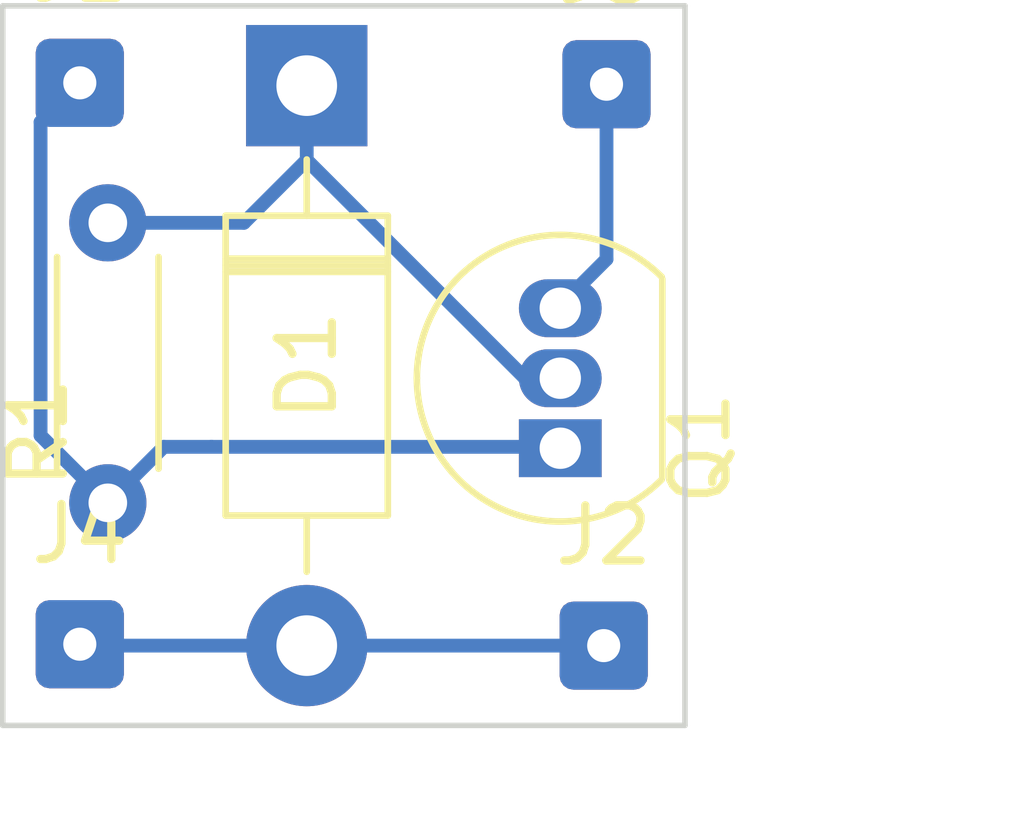
<source format=kicad_pcb>
(kicad_pcb (version 20171130) (host pcbnew "(5.1.9)-1")

  (general
    (thickness 1.6)
    (drawings 6)
    (tracks 16)
    (zones 0)
    (modules 7)
    (nets 5)
  )

  (page A4)
  (layers
    (0 F.Cu signal)
    (31 B.Cu signal)
    (39 F.Mask user)
    (40 Dwgs.User user)
    (42 Eco1.User user)
    (43 Eco2.User user)
    (44 Edge.Cuts user)
    (45 Margin user)
    (46 B.CrtYd user)
    (47 F.CrtYd user)
    (49 F.Fab user)
  )

  (setup
    (last_trace_width 0.25)
    (trace_clearance 0.2)
    (zone_clearance 0.508)
    (zone_45_only no)
    (trace_min 0.2)
    (via_size 0.8)
    (via_drill 0.4)
    (via_min_size 0.4)
    (via_min_drill 0.3)
    (uvia_size 0.3)
    (uvia_drill 0.1)
    (uvias_allowed no)
    (uvia_min_size 0.2)
    (uvia_min_drill 0.1)
    (edge_width 0.05)
    (segment_width 0.2)
    (pcb_text_width 0.3)
    (pcb_text_size 1.5 1.5)
    (mod_edge_width 0.12)
    (mod_text_size 1 1)
    (mod_text_width 0.15)
    (pad_size 2 2)
    (pad_drill 0.75)
    (pad_to_mask_clearance 0)
    (aux_axis_origin 0 0)
    (visible_elements FFFFFF7F)
    (pcbplotparams
      (layerselection 0x010fc_ffffffff)
      (usegerberextensions false)
      (usegerberattributes true)
      (usegerberadvancedattributes true)
      (creategerberjobfile true)
      (excludeedgelayer true)
      (linewidth 0.100000)
      (plotframeref false)
      (viasonmask false)
      (mode 1)
      (useauxorigin false)
      (hpglpennumber 1)
      (hpglpenspeed 20)
      (hpglpendiameter 15.000000)
      (psnegative false)
      (psa4output false)
      (plotreference true)
      (plotvalue true)
      (plotinvisibletext false)
      (padsonsilk false)
      (subtractmaskfromsilk false)
      (outputformat 1)
      (mirror false)
      (drillshape 1)
      (scaleselection 1)
      (outputdirectory ""))
  )

  (net 0 "")
  (net 1 "Net-(D1-Pad2)")
  (net 2 "Net-(D1-Pad1)")
  (net 3 "Net-(J1-Pad1)")
  (net 4 "Net-(J3-Pad1)")

  (net_class Default "This is the default net class."
    (clearance 0.2)
    (trace_width 0.25)
    (via_dia 0.8)
    (via_drill 0.4)
    (uvia_dia 0.3)
    (uvia_drill 0.1)
    (add_net "Net-(D1-Pad1)")
    (add_net "Net-(D1-Pad2)")
    (add_net "Net-(J1-Pad1)")
    (add_net "Net-(J3-Pad1)")
  )

  (module Diode_THT:D_DO-41_SOD81_P10.16mm_Horizontal (layer F.Cu) (tedit 5AE50CD5) (tstamp 6009924F)
    (at 105.3846 87.6046 270)
    (descr "Diode, DO-41_SOD81 series, Axial, Horizontal, pin pitch=10.16mm, , length*diameter=5.2*2.7mm^2, , http://www.diodes.com/_files/packages/DO-41%20(Plastic).pdf")
    (tags "Diode DO-41_SOD81 series Axial Horizontal pin pitch 10.16mm  length 5.2mm diameter 2.7mm")
    (path /600995B1)
    (fp_text reference D1 (at 5.08 0 90) (layer F.SilkS)
      (effects (font (size 1 1) (thickness 0.15)))
    )
    (fp_text value 1N47xxA (at -1.27 -11.43 90) (layer F.Fab) hide
      (effects (font (size 1 1) (thickness 0.15)))
    )
    (fp_text user K (at -3.81 0 90) (layer F.SilkS) hide
      (effects (font (size 1 1) (thickness 0.15)))
    )
    (fp_text user K (at 3.81 -11.43 90) (layer F.Fab) hide
      (effects (font (size 1 1) (thickness 0.15)))
    )
    (fp_text user %R (at 5.08 0 90) (layer F.Fab)
      (effects (font (size 1 1) (thickness 0.15)))
    )
    (fp_line (start 2.48 -1.35) (end 2.48 1.35) (layer F.Fab) (width 0.1))
    (fp_line (start 2.48 1.35) (end 7.68 1.35) (layer F.Fab) (width 0.1))
    (fp_line (start 7.68 1.35) (end 7.68 -1.35) (layer F.Fab) (width 0.1))
    (fp_line (start 7.68 -1.35) (end 2.48 -1.35) (layer F.Fab) (width 0.1))
    (fp_line (start 0 0) (end 2.48 0) (layer F.Fab) (width 0.1))
    (fp_line (start 10.16 0) (end 7.68 0) (layer F.Fab) (width 0.1))
    (fp_line (start 3.26 -1.35) (end 3.26 1.35) (layer F.Fab) (width 0.1))
    (fp_line (start 3.36 -1.35) (end 3.36 1.35) (layer F.Fab) (width 0.1))
    (fp_line (start 3.16 -1.35) (end 3.16 1.35) (layer F.Fab) (width 0.1))
    (fp_line (start 2.36 -1.47) (end 2.36 1.47) (layer F.SilkS) (width 0.12))
    (fp_line (start 2.36 1.47) (end 7.8 1.47) (layer F.SilkS) (width 0.12))
    (fp_line (start 7.8 1.47) (end 7.8 -1.47) (layer F.SilkS) (width 0.12))
    (fp_line (start 7.8 -1.47) (end 2.36 -1.47) (layer F.SilkS) (width 0.12))
    (fp_line (start 1.34 0) (end 2.36 0) (layer F.SilkS) (width 0.12))
    (fp_line (start 8.82 0) (end 7.8 0) (layer F.SilkS) (width 0.12))
    (fp_line (start 3.26 -1.47) (end 3.26 1.47) (layer F.SilkS) (width 0.12))
    (fp_line (start 3.38 -1.47) (end 3.38 1.47) (layer F.SilkS) (width 0.12))
    (fp_line (start 3.14 -1.47) (end 3.14 1.47) (layer F.SilkS) (width 0.12))
    (fp_line (start -1.35 -1.6) (end -1.35 1.6) (layer F.CrtYd) (width 0.05))
    (fp_line (start -1.35 1.6) (end 11.51 1.6) (layer F.CrtYd) (width 0.05))
    (fp_line (start 11.51 1.6) (end 11.51 -1.6) (layer F.CrtYd) (width 0.05))
    (fp_line (start 11.51 -1.6) (end -1.35 -1.6) (layer F.CrtYd) (width 0.05))
    (pad 2 thru_hole oval (at 10.16 0 270) (size 2.2 2.2) (drill 1.1) (layers *.Cu *.Mask)
      (net 1 "Net-(D1-Pad2)"))
    (pad 1 thru_hole rect (at 0 0 270) (size 2.2 2.2) (drill 1.1) (layers *.Cu *.Mask)
      (net 2 "Net-(D1-Pad1)"))
    (model ${KISYS3DMOD}/Diode_THT.3dshapes/D_DO-41_SOD81_P10.16mm_Horizontal.wrl
      (at (xyz 0 0 0))
      (scale (xyz 1 1 1))
      (rotate (xyz 0 0 0))
    )
  )

  (module Resistor_THT:R_Axial_DIN0204_L3.6mm_D1.6mm_P5.08mm_Horizontal (layer F.Cu) (tedit 5AE5139B) (tstamp 6009F35F)
    (at 101.7778 95.1738 90)
    (descr "Resistor, Axial_DIN0204 series, Axial, Horizontal, pin pitch=5.08mm, 0.167W, length*diameter=3.6*1.6mm^2, http://cdn-reichelt.de/documents/datenblatt/B400/1_4W%23YAG.pdf")
    (tags "Resistor Axial_DIN0204 series Axial Horizontal pin pitch 5.08mm 0.167W length 3.6mm diameter 1.6mm")
    (path /6009DC1A)
    (fp_text reference R1 (at 1.27 -1.27 90) (layer F.SilkS)
      (effects (font (size 1 1) (thickness 0.15)))
    )
    (fp_text value R (at 2.54 15.24 90) (layer F.Fab) hide
      (effects (font (size 1 1) (thickness 0.15)))
    )
    (fp_text user %R (at 2.667 0.0254 90) (layer F.Fab)
      (effects (font (size 0.72 0.72) (thickness 0.108)))
    )
    (fp_line (start 0.74 -0.8) (end 0.74 0.8) (layer F.Fab) (width 0.1))
    (fp_line (start 0.74 0.8) (end 4.34 0.8) (layer F.Fab) (width 0.1))
    (fp_line (start 4.34 0.8) (end 4.34 -0.8) (layer F.Fab) (width 0.1))
    (fp_line (start 4.34 -0.8) (end 0.74 -0.8) (layer F.Fab) (width 0.1))
    (fp_line (start 0 0) (end 0.74 0) (layer F.Fab) (width 0.1))
    (fp_line (start 5.08 0) (end 4.34 0) (layer F.Fab) (width 0.1))
    (fp_line (start 0.62 -0.92) (end 4.46 -0.92) (layer F.SilkS) (width 0.12))
    (fp_line (start 0.62 0.92) (end 4.46 0.92) (layer F.SilkS) (width 0.12))
    (fp_line (start -0.95 -1.05) (end -0.95 1.05) (layer F.CrtYd) (width 0.05))
    (fp_line (start -0.95 1.05) (end 6.03 1.05) (layer F.CrtYd) (width 0.05))
    (fp_line (start 6.03 1.05) (end 6.03 -1.05) (layer F.CrtYd) (width 0.05))
    (fp_line (start 6.03 -1.05) (end -0.95 -1.05) (layer F.CrtYd) (width 0.05))
    (pad 2 thru_hole oval (at 5.08 0 90) (size 1.4 1.4) (drill 0.7) (layers *.Cu *.Mask)
      (net 2 "Net-(D1-Pad1)"))
    (pad 1 thru_hole circle (at 0 0 90) (size 1.4 1.4) (drill 0.7) (layers *.Cu *.Mask)
      (net 3 "Net-(J1-Pad1)"))
    (model ${KISYS3DMOD}/Resistor_THT.3dshapes/R_Axial_DIN0204_L3.6mm_D1.6mm_P5.08mm_Horizontal.wrl
      (at (xyz 0 0 0))
      (scale (xyz 1 1 1))
      (rotate (xyz 0 0 0))
    )
  )

  (module Connector_Wire:SolderWire-0.1sqmm_1x01_D0.4mm_OD1mm (layer F.Cu) (tedit 5EB70B42) (tstamp 6009F32A)
    (at 101.2698 97.7392)
    (descr "Soldered wire connection, for a single 0.1 mm² wire, basic insulation, conductor diameter 0.4mm, outer diameter 1mm, size source Multi-Contact FLEXI-E 0.1 (https://ec.staubli.com/AcroFiles/Catalogues/TM_Cab-Main-11014119_(en)_hi.pdf), bend radius 3 times outer diameter, generated with kicad-footprint-generator")
    (tags "connector wire 0.1sqmm")
    (path /600A14F3)
    (attr virtual)
    (fp_text reference J4 (at 0 -2) (layer F.SilkS)
      (effects (font (size 1 1) (thickness 0.15)))
    )
    (fp_text value GND (at 1.9812 0.0762 90) (layer F.Fab)
      (effects (font (size 1 1) (thickness 0.15)))
    )
    (fp_text user %R (at 0 0) (layer F.Fab)
      (effects (font (size 0.25 0.25) (thickness 0.04)))
    )
    (fp_circle (center 0 0) (end 0.5 0) (layer F.Fab) (width 0.1))
    (fp_line (start -1.3 -1.3) (end -1.3 1.3) (layer F.CrtYd) (width 0.05))
    (fp_line (start -1.3 1.3) (end 1.3 1.3) (layer F.CrtYd) (width 0.05))
    (fp_line (start 1.3 1.3) (end 1.3 -1.3) (layer F.CrtYd) (width 0.05))
    (fp_line (start 1.3 -1.3) (end -1.3 -1.3) (layer F.CrtYd) (width 0.05))
    (pad 1 thru_hole roundrect (at 0 0) (size 1.6 1.6) (drill 0.6) (layers *.Cu *.Mask) (roundrect_rratio 0.15625)
      (net 1 "Net-(D1-Pad2)"))
    (model ${KISYS3DMOD}/Connector_Wire.3dshapes/SolderWire-0.1sqmm_1x01_D0.4mm_OD1mm.wrl
      (at (xyz 0 0 0))
      (scale (xyz 1 1 1))
      (rotate (xyz 0 0 0))
    )
  )

  (module Connector_Wire:SolderWire-0.1sqmm_1x01_D0.4mm_OD1mm (layer F.Cu) (tedit 5EB70B42) (tstamp 6009F31F)
    (at 110.8202 87.5792)
    (descr "Soldered wire connection, for a single 0.1 mm² wire, basic insulation, conductor diameter 0.4mm, outer diameter 1mm, size source Multi-Contact FLEXI-E 0.1 (https://ec.staubli.com/AcroFiles/Catalogues/TM_Cab-Main-11014119_(en)_hi.pdf), bend radius 3 times outer diameter, generated with kicad-footprint-generator")
    (tags "connector wire 0.1sqmm")
    (path /600A1317)
    (attr virtual)
    (fp_text reference J3 (at 0 -2) (layer F.SilkS)
      (effects (font (size 1 1) (thickness 0.15)))
    )
    (fp_text value OUT (at -1.7272 0.0254 90) (layer F.Fab)
      (effects (font (size 1 1) (thickness 0.15)))
    )
    (fp_text user %R (at 0 0) (layer F.Fab)
      (effects (font (size 0.25 0.25) (thickness 0.04)))
    )
    (fp_circle (center 0 0) (end 0.5 0) (layer F.Fab) (width 0.1))
    (fp_line (start -1.3 -1.3) (end -1.3 1.3) (layer F.CrtYd) (width 0.05))
    (fp_line (start -1.3 1.3) (end 1.3 1.3) (layer F.CrtYd) (width 0.05))
    (fp_line (start 1.3 1.3) (end 1.3 -1.3) (layer F.CrtYd) (width 0.05))
    (fp_line (start 1.3 -1.3) (end -1.3 -1.3) (layer F.CrtYd) (width 0.05))
    (pad 1 thru_hole roundrect (at 0 0) (size 1.6 1.6) (drill 0.6) (layers *.Cu *.Mask) (roundrect_rratio 0.15625)
      (net 4 "Net-(J3-Pad1)"))
    (model ${KISYS3DMOD}/Connector_Wire.3dshapes/SolderWire-0.1sqmm_1x01_D0.4mm_OD1mm.wrl
      (at (xyz 0 0 0))
      (scale (xyz 1 1 1))
      (rotate (xyz 0 0 0))
    )
  )

  (module Connector_Wire:SolderWire-0.1sqmm_1x01_D0.4mm_OD1mm (layer F.Cu) (tedit 5EB70B42) (tstamp 6009F314)
    (at 110.7694 97.7646)
    (descr "Soldered wire connection, for a single 0.1 mm² wire, basic insulation, conductor diameter 0.4mm, outer diameter 1mm, size source Multi-Contact FLEXI-E 0.1 (https://ec.staubli.com/AcroFiles/Catalogues/TM_Cab-Main-11014119_(en)_hi.pdf), bend radius 3 times outer diameter, generated with kicad-footprint-generator")
    (tags "connector wire 0.1sqmm")
    (path /600A0F55)
    (attr virtual)
    (fp_text reference J2 (at 0 -2) (layer F.SilkS)
      (effects (font (size 1 1) (thickness 0.15)))
    )
    (fp_text value GND (at -2.032 -0.1524 90) (layer F.Fab)
      (effects (font (size 1 1) (thickness 0.15)))
    )
    (fp_text user %R (at 0 0) (layer F.Fab)
      (effects (font (size 0.25 0.25) (thickness 0.04)))
    )
    (fp_circle (center 0 0) (end 0.5 0) (layer F.Fab) (width 0.1))
    (fp_line (start -1.3 -1.3) (end -1.3 1.3) (layer F.CrtYd) (width 0.05))
    (fp_line (start -1.3 1.3) (end 1.3 1.3) (layer F.CrtYd) (width 0.05))
    (fp_line (start 1.3 1.3) (end 1.3 -1.3) (layer F.CrtYd) (width 0.05))
    (fp_line (start 1.3 -1.3) (end -1.3 -1.3) (layer F.CrtYd) (width 0.05))
    (pad 1 thru_hole roundrect (at 0 0) (size 1.6 1.6) (drill 0.6) (layers *.Cu *.Mask) (roundrect_rratio 0.15625)
      (net 1 "Net-(D1-Pad2)"))
    (model ${KISYS3DMOD}/Connector_Wire.3dshapes/SolderWire-0.1sqmm_1x01_D0.4mm_OD1mm.wrl
      (at (xyz 0 0 0))
      (scale (xyz 1 1 1))
      (rotate (xyz 0 0 0))
    )
  )

  (module Connector_Wire:SolderWire-0.1sqmm_1x01_D0.4mm_OD1mm (layer F.Cu) (tedit 5EB70B42) (tstamp 6009F309)
    (at 101.2698 87.5538)
    (descr "Soldered wire connection, for a single 0.1 mm² wire, basic insulation, conductor diameter 0.4mm, outer diameter 1mm, size source Multi-Contact FLEXI-E 0.1 (https://ec.staubli.com/AcroFiles/Catalogues/TM_Cab-Main-11014119_(en)_hi.pdf), bend radius 3 times outer diameter, generated with kicad-footprint-generator")
    (tags "connector wire 0.1sqmm")
    (path /6009F6CC)
    (attr virtual)
    (fp_text reference J1 (at 0 -2) (layer F.SilkS)
      (effects (font (size 1 1) (thickness 0.15)))
    )
    (fp_text value IN (at 1.9558 0.1016 90) (layer F.Fab)
      (effects (font (size 1 1) (thickness 0.15)))
    )
    (fp_text user %R (at 0 0) (layer F.Fab)
      (effects (font (size 0.25 0.25) (thickness 0.04)))
    )
    (fp_circle (center 0 0) (end 0.5 0) (layer F.Fab) (width 0.1))
    (fp_line (start -1.3 -1.3) (end -1.3 1.3) (layer F.CrtYd) (width 0.05))
    (fp_line (start -1.3 1.3) (end 1.3 1.3) (layer F.CrtYd) (width 0.05))
    (fp_line (start 1.3 1.3) (end 1.3 -1.3) (layer F.CrtYd) (width 0.05))
    (fp_line (start 1.3 -1.3) (end -1.3 -1.3) (layer F.CrtYd) (width 0.05))
    (pad 1 thru_hole roundrect (at 0 0) (size 1.6 1.6) (drill 0.6) (layers *.Cu *.Mask) (roundrect_rratio 0.15625)
      (net 3 "Net-(J1-Pad1)"))
    (model ${KISYS3DMOD}/Connector_Wire.3dshapes/SolderWire-0.1sqmm_1x01_D0.4mm_OD1mm.wrl
      (at (xyz 0 0 0))
      (scale (xyz 1 1 1))
      (rotate (xyz 0 0 0))
    )
  )

  (module Package_TO_SOT_THT:TO-92_Inline (layer F.Cu) (tedit 5A1DD157) (tstamp 60099261)
    (at 109.982 94.1832 90)
    (descr "TO-92 leads in-line, narrow, oval pads, drill 0.75mm (see NXP sot054_po.pdf)")
    (tags "to-92 sc-43 sc-43a sot54 PA33 transistor")
    (path /60098EC1)
    (fp_text reference Q1 (at 0 2.54 90) (layer F.SilkS)
      (effects (font (size 1 1) (thickness 0.15)))
    )
    (fp_text value BC548 (at 3.81 8.89 90) (layer F.Fab) hide
      (effects (font (size 1 1) (thickness 0.15)))
    )
    (fp_arc (start 1.27 0) (end 1.27 -2.6) (angle 135) (layer F.SilkS) (width 0.12))
    (fp_arc (start 1.27 0) (end 1.27 -2.48) (angle -135) (layer F.Fab) (width 0.1))
    (fp_arc (start 1.27 0) (end 1.27 -2.6) (angle -135) (layer F.SilkS) (width 0.12))
    (fp_arc (start 1.27 0) (end 1.27 -2.48) (angle 135) (layer F.Fab) (width 0.1))
    (fp_text user %R (at 4.5212 -1.9812 180) (layer F.Fab)
      (effects (font (size 0.5 0.5) (thickness 0.125)))
    )
    (fp_line (start -0.53 1.85) (end 3.07 1.85) (layer F.SilkS) (width 0.12))
    (fp_line (start -0.5 1.75) (end 3 1.75) (layer F.Fab) (width 0.1))
    (fp_line (start -1.46 -2.73) (end 4 -2.73) (layer F.CrtYd) (width 0.05))
    (fp_line (start -1.46 -2.73) (end -1.46 2.01) (layer F.CrtYd) (width 0.05))
    (fp_line (start 4 2.01) (end 4 -2.73) (layer F.CrtYd) (width 0.05))
    (fp_line (start 4 2.01) (end -1.46 2.01) (layer F.CrtYd) (width 0.05))
    (pad 1 thru_hole rect (at 0 0 90) (size 1.05 1.5) (drill 0.75) (layers *.Cu *.Mask)
      (net 3 "Net-(J1-Pad1)"))
    (pad 3 thru_hole oval (at 2.54 0 90) (size 1.05 1.5) (drill 0.75) (layers *.Cu *.Mask)
      (net 4 "Net-(J3-Pad1)"))
    (pad 2 thru_hole oval (at 1.27 0 90) (size 1.05 1.5) (drill 0.75) (layers *.Cu *.Mask)
      (net 2 "Net-(D1-Pad1)"))
    (model ${KISYS3DMOD}/Package_TO_SOT_THT.3dshapes/TO-92_Inline.wrl
      (at (xyz 0 0 0))
      (scale (xyz 1 1 1))
      (rotate (xyz 0 0 0))
    )
  )

  (dimension 13.081099 (width 0.15) (layer Dwgs.User)
    (gr_text "13,081 mm" (at 114.736373 92.68801 -89.77749324) (layer Dwgs.User)
      (effects (font (size 1 1) (thickness 0.15)))
    )
    (feature1 (pts (xy 112.3188 86.1568) (xy 113.997399 86.150281)))
    (feature2 (pts (xy 112.3696 99.2378) (xy 114.048199 99.231281)))
    (crossbar (pts (xy 113.461783 99.233559) (xy 113.410983 86.152559)))
    (arrow1a (pts (xy 113.410983 86.152559) (xy 114.001774 87.276777)))
    (arrow1b (pts (xy 113.410983 86.152559) (xy 112.828941 87.281332)))
    (arrow2a (pts (xy 113.461783 99.233559) (xy 114.043825 98.104786)))
    (arrow2b (pts (xy 113.461783 99.233559) (xy 112.870992 98.109341)))
  )
  (dimension 12.319 (width 0.15) (layer Dwgs.User)
    (gr_text "12,319 mm" (at 106.0577 101.5538) (layer Dwgs.User)
      (effects (font (size 1 1) (thickness 0.15)))
    )
    (feature1 (pts (xy 112.2172 99.8982) (xy 112.2172 100.840221)))
    (feature2 (pts (xy 99.8982 99.8982) (xy 99.8982 100.840221)))
    (crossbar (pts (xy 99.8982 100.2538) (xy 112.2172 100.2538)))
    (arrow1a (pts (xy 112.2172 100.2538) (xy 111.090696 100.840221)))
    (arrow1b (pts (xy 112.2172 100.2538) (xy 111.090696 99.667379)))
    (arrow2a (pts (xy 99.8982 100.2538) (xy 101.024704 100.840221)))
    (arrow2b (pts (xy 99.8982 100.2538) (xy 101.024704 99.667379)))
  )
  (gr_line (start 112.2426 86.1568) (end 112.2426 99.2124) (layer Edge.Cuts) (width 0.1))
  (gr_line (start 99.8728 86.1568) (end 112.2426 86.1568) (layer Edge.Cuts) (width 0.1))
  (gr_line (start 99.8728 99.2124) (end 99.8728 86.1568) (layer Edge.Cuts) (width 0.1))
  (gr_line (start 112.2426 99.2124) (end 99.8728 99.2124) (layer Edge.Cuts) (width 0.1))

  (segment (start 101.2952 97.7646) (end 101.2698 97.7392) (width 0.25) (layer B.Cu) (net 1))
  (segment (start 110.7694 97.7646) (end 101.2952 97.7646) (width 0.25) (layer B.Cu) (net 1))
  (segment (start 105.1306 87.6046) (end 105.3846 87.6046) (width 0.25) (layer B.Cu) (net 2))
  (segment (start 109.3178 92.8878) (end 109.9058 92.8878) (width 0.25) (layer B.Cu) (net 2))
  (segment (start 105.3846 88.9546) (end 109.3178 92.8878) (width 0.25) (layer B.Cu) (net 2))
  (segment (start 105.3846 87.6046) (end 105.3846 88.9546) (width 0.25) (layer B.Cu) (net 2))
  (segment (start 104.2454 90.0938) (end 105.3846 88.9546) (width 0.25) (layer B.Cu) (net 2))
  (segment (start 101.7778 90.0938) (end 104.2454 90.0938) (width 0.25) (layer B.Cu) (net 2))
  (segment (start 109.9058 94.1578) (end 103.6574 94.1578) (width 0.25) (layer B.Cu) (net 3))
  (segment (start 101.2698 87.5538) (end 100.5586 88.265) (width 0.25) (layer B.Cu) (net 3))
  (segment (start 100.5586 93.9546) (end 101.7778 95.1738) (width 0.25) (layer B.Cu) (net 3))
  (segment (start 100.5586 88.265) (end 100.5586 93.9546) (width 0.25) (layer B.Cu) (net 3))
  (segment (start 102.7938 94.1578) (end 103.6574 94.1578) (width 0.25) (layer B.Cu) (net 3))
  (segment (start 101.7778 95.1738) (end 102.7938 94.1578) (width 0.25) (layer B.Cu) (net 3))
  (segment (start 110.8202 90.7542) (end 109.9566 91.6178) (width 0.25) (layer B.Cu) (net 4))
  (segment (start 110.8202 87.5792) (end 110.8202 90.7542) (width 0.25) (layer B.Cu) (net 4))

)

</source>
